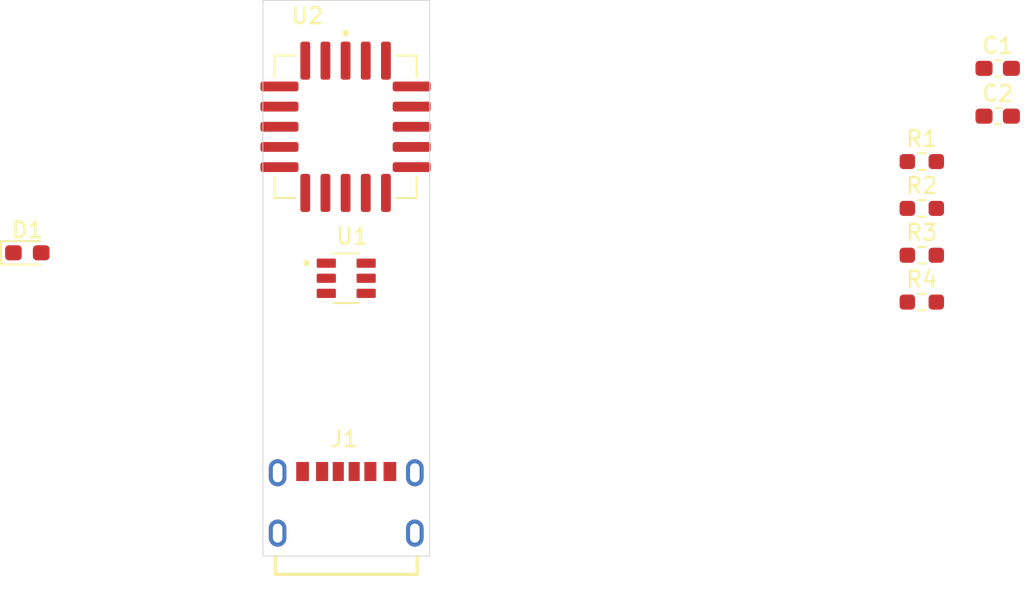
<source format=kicad_pcb>
(kicad_pcb (version 20241229) (generator "pcbnew") (generator_version "9.0")
  (layers (0 "F.Cu" signal) (2 "B.Cu" signal) (13 "F.Paste" user) (15 "B.Paste" user) (5 "F.SilkS" user "F.Silkscreen") (7 "B.SilkS" user "B.Silkscreen") (1 "F.Mask" user) (3 "B.Mask" user) (25 "Edge.Cuts" user))
  (net 0 "")
  (net 1 "GND")
  (net 2 "Net-(J1-CC2)")
  (net 3 "Net-(J1-CC1)")
  (net 4 "Net-(U1-VIN)")
  (net 5 "Net-(U1-ISET)")
  (net 6 "Net-(BT1-+)")
  (net 7 "Net-(U1-TS)")
  (net 8 "Net-(D1-K)")
  (net 9 "Net-(D1-A)")
  (footprint "Diode_SMD:D_0603_1608Metric_Pad1.05x0.95mm_HandSolder" (layer "F.Cu") (at 86.165 115.895)
    (property "Reference" "D1" (at 0 -1.43 0) (layer "F.SilkS"))
    (property "Value" "LED")
    (fp_line (start -1.66 -0.735) (end -1.66 0.735) (stroke (width 0.12)) (layer "F.SilkS"))
    (fp_line (start -1.66 0.735) (end 0.8 0.735) (stroke (width 0.12)) (layer "F.SilkS"))
    (fp_line (start 0.8 -0.735) (end -1.66 -0.735) (stroke (width 0.12)) (layer "F.SilkS"))
    (pad "1" smd roundrect (at -0.875 0) (size 1.05 0.95) (layers "F.Cu" "F.Mask" "F.Paste") (net 8 "Net-(D1-K)"))
    (pad "2" smd roundrect (at 0.875 0) (size 1.05 0.95) (layers "F.Cu" "F.Mask" "F.Paste") (net 9 "Net-(D1-A)"))
  )
  (footprint "Resistor_SMD:R_0603_1608Metric_Pad0.98x0.95mm_HandSolder" (layer "F.Cu") (at 142.5 116.05)
    (property "Reference" "R3" (at 0 -1.43 0) (layer "F.SilkS"))
    (property "Value" "675")
    (fp_line (start -0.254724 -0.5225) (end 0.254724 -0.5225) (stroke (width 0.12)) (layer "F.SilkS"))
    (fp_line (start -0.254724 0.5225) (end 0.254724 0.5225) (stroke (width 0.12)) (layer "F.SilkS"))
    (pad "1" smd roundrect (at -0.9125 0) (size 0.975 0.95) (layers "F.Cu" "F.Mask" "F.Paste") (net 5 "Net-(U1-ISET)"))
    (pad "2" smd roundrect (at 0.9125 0) (size 0.975 0.95) (layers "F.Cu" "F.Mask" "F.Paste") (net 1 "GND"))
  )
  (footprint "Capacitor_SMD:C_0603_1608Metric_Pad1.08x0.95mm_HandSolder" (layer "F.Cu") (at 147.28 104.28)
    (property "Reference" "C1" (at 0 -1.43 0) (layer "F.SilkS"))
    (property "Value" "1u")
    (fp_line (start -0.146267 -0.51) (end 0.146267 -0.51) (stroke (width 0.12)) (layer "F.SilkS"))
    (fp_line (start -0.146267 0.51) (end 0.146267 0.51) (stroke (width 0.12)) (layer "F.SilkS"))
    (pad "1" smd roundrect (at -0.8625 0) (size 1.075 0.95) (layers "F.Cu" "F.Mask" "F.Paste") (net 4 "Net-(U1-VIN)"))
    (pad "2" smd roundrect (at 0.8625 0) (size 1.075 0.95) (layers "F.Cu" "F.Mask" "F.Paste") (net 1 "GND"))
  )
  (footprint "AlphaF:PLCC127P990X990X457-20N" (layer "F.Cu") (at 106.21 107.96)
    (property "Reference" "U2" (at -2.405 -6.985 0) (layer "F.SilkS"))
    (property "Value" "LM3914VX_NOPB")
    (fp_line (start -4.4825 -4.4825) (end -4.4825 -3.17) (stroke (width 0.127)) (layer "F.SilkS"))
    (fp_line (start -4.4825 3.17) (end -4.4825 4.4825) (stroke (width 0.127)) (layer "F.SilkS"))
    (fp_line (start -3.17 -4.4825) (end -4.4825 -4.4825) (stroke (width 0.127)) (layer "F.SilkS"))
    (fp_line (start -3.17 4.4825) (end -4.4825 4.4825) (stroke (width 0.127)) (layer "F.SilkS"))
    (fp_line (start 3.17 4.4825) (end 4.4825 4.4825) (stroke (width 0.127)) (layer "F.SilkS"))
    (fp_line (start 4.4825 -4.4825) (end 3.17 -4.4825) (stroke (width 0.127)) (layer "F.SilkS"))
    (fp_line (start 4.4825 -4.4825) (end 4.4825 -3.17) (stroke (width 0.127)) (layer "F.SilkS"))
    (fp_line (start 4.4825 4.4825) (end 4.4825 3.17) (stroke (width 0.127)) (layer "F.SilkS"))
    (fp_circle (center 0 -5.9) (end 0.1 -5.9) (stroke (width 0.2)) (fill no) (layer "F.SilkS"))
    (pad "1" smd roundrect (at 0 -4.165) (size 0.62 2.4) (layers "F.Cu" "F.Mask" "F.Paste"))
    (pad "2" smd roundrect (at -1.27 -4.165) (size 0.62 2.4) (layers "F.Cu" "F.Mask" "F.Paste"))
    (pad "3" smd roundrect (at -2.54 -4.165) (size 0.62 2.4) (layers "F.Cu" "F.Mask" "F.Paste"))
    (pad "4" smd roundrect (at -4.165 -2.54) (size 2.4 0.62) (layers "F.Cu" "F.Mask" "F.Paste"))
    (pad "5" smd roundrect (at -4.165 -1.27) (size 2.4 0.62) (layers "F.Cu" "F.Mask" "F.Paste"))
    (pad "6" smd roundrect (at -4.165 0) (size 2.4 0.62) (layers "F.Cu" "F.Mask" "F.Paste"))
    (pad "7" smd roundrect (at -4.165 1.27) (size 2.4 0.62) (layers "F.Cu" "F.Mask" "F.Paste"))
    (pad "8" smd roundrect (at -4.165 2.54) (size 2.4 0.62) (layers "F.Cu" "F.Mask" "F.Paste"))
    (pad "9" smd roundrect (at -2.54 4.165) (size 0.62 2.4) (layers "F.Cu" "F.Mask" "F.Paste"))
    (pad "10" smd roundrect (at -1.27 4.165) (size 0.62 2.4) (layers "F.Cu" "F.Mask" "F.Paste"))
    (pad "11" smd roundrect (at 0 4.165) (size 0.62 2.4) (layers "F.Cu" "F.Mask" "F.Paste"))
    (pad "12" smd roundrect (at 1.27 4.165) (size 0.62 2.4) (layers "F.Cu" "F.Mask" "F.Paste"))
    (pad "13" smd roundrect (at 2.54 4.165) (size 0.62 2.4) (layers "F.Cu" "F.Mask" "F.Paste"))
    (pad "14" smd roundrect (at 4.165 2.54) (size 2.4 0.62) (layers "F.Cu" "F.Mask" "F.Paste"))
    (pad "15" smd roundrect (at 4.165 1.27) (size 2.4 0.62) (layers "F.Cu" "F.Mask" "F.Paste"))
    (pad "16" smd roundrect (at 4.165 0) (size 2.4 0.62) (layers "F.Cu" "F.Mask" "F.Paste"))
    (pad "17" smd roundrect (at 4.165 -1.27) (size 2.4 0.62) (layers "F.Cu" "F.Mask" "F.Paste"))
    (pad "18" smd roundrect (at 4.165 -2.54) (size 2.4 0.62) (layers "F.Cu" "F.Mask" "F.Paste"))
    (pad "19" smd roundrect (at 2.54 -4.165) (size 0.62 2.4) (layers "F.Cu" "F.Mask" "F.Paste"))
    (pad "20" smd roundrect (at 1.27 -4.165) (size 0.62 2.4) (layers "F.Cu" "F.Mask" "F.Paste"))
  )
  (footprint "Resistor_SMD:R_0603_1608Metric_Pad0.98x0.95mm_HandSolder" (layer "F.Cu") (at 142.5 119)
    (property "Reference" "R4" (at 0 -1.43 0) (layer "F.SilkS"))
    (property "Value" "1.5k")
    (fp_line (start -0.254724 -0.5225) (end 0.254724 -0.5225) (stroke (width 0.12)) (layer "F.SilkS"))
    (fp_line (start -0.254724 0.5225) (end 0.254724 0.5225) (stroke (width 0.12)) (layer "F.SilkS"))
    (pad "1" smd roundrect (at -0.9125 0) (size 0.975 0.95) (layers "F.Cu" "F.Mask" "F.Paste") (net 6 "Net-(BT1-+)"))
    (pad "2" smd roundrect (at 0.9125 0) (size 0.975 0.95) (layers "F.Cu" "F.Mask" "F.Paste") (net 9 "Net-(D1-A)"))
  )
  (footprint "Resistor_SMD:R_0603_1608Metric_Pad0.98x0.95mm_HandSolder" (layer "F.Cu") (at 142.5 113.1)
    (property "Reference" "R2" (at 0 -1.43 0) (layer "F.SilkS"))
    (property "Value" "5.1k")
    (fp_line (start -0.254724 -0.5225) (end 0.254724 -0.5225) (stroke (width 0.12)) (layer "F.SilkS"))
    (fp_line (start -0.254724 0.5225) (end 0.254724 0.5225) (stroke (width 0.12)) (layer "F.SilkS"))
    (pad "1" smd roundrect (at -0.9125 0) (size 0.975 0.95) (layers "F.Cu" "F.Mask" "F.Paste") (net 3 "Net-(J1-CC1)"))
    (pad "2" smd roundrect (at 0.9125 0) (size 0.975 0.95) (layers "F.Cu" "F.Mask" "F.Paste") (net 1 "GND"))
  )
  (footprint "Capacitor_SMD:C_0603_1608Metric_Pad1.08x0.95mm_HandSolder" (layer "F.Cu") (at 147.28 107.29)
    (property "Reference" "C2" (at 0 -1.43 0) (layer "F.SilkS"))
    (property "Value" "1u")
    (fp_line (start -0.146267 -0.51) (end 0.146267 -0.51) (stroke (width 0.12)) (layer "F.SilkS"))
    (fp_line (start -0.146267 0.51) (end 0.146267 0.51) (stroke (width 0.12)) (layer "F.SilkS"))
    (pad "1" smd roundrect (at -0.8625 0) (size 1.075 0.95) (layers "F.Cu" "F.Mask" "F.Paste") (net 6 "Net-(BT1-+)"))
    (pad "2" smd roundrect (at 0.8625 0) (size 1.075 0.95) (layers "F.Cu" "F.Mask" "F.Paste") (net 1 "GND"))
  )
  (footprint "Resistor_SMD:R_0603_1608Metric_Pad0.98x0.95mm_HandSolder" (layer "F.Cu") (at 142.5 110.15)
    (property "Reference" "R1" (at 0 -1.43 0) (layer "F.SilkS"))
    (property "Value" "5.1k")
    (fp_line (start -0.254724 -0.5225) (end 0.254724 -0.5225) (stroke (width 0.12)) (layer "F.SilkS"))
    (fp_line (start -0.254724 0.5225) (end 0.254724 0.5225) (stroke (width 0.12)) (layer "F.SilkS"))
    (pad "1" smd roundrect (at -0.9125 0) (size 0.975 0.95) (layers "F.Cu" "F.Mask" "F.Paste") (net 2 "Net-(J1-CC2)"))
    (pad "2" smd roundrect (at 0.9125 0) (size 0.975 0.95) (layers "F.Cu" "F.Mask" "F.Paste") (net 1 "GND"))
  )
  (footprint "AlphaF:SOT95P280X145-6N" (layer "F.Cu") (at 106.25 117.5)
    (property "Reference" "U1" (at 0.375 -2.635 0) (layer "F.SilkS"))
    (property "Value" "BQ21040DBVR")
    (fp_line (start -0.8 1.56) (end 0.8 1.56) (stroke (width 0.127)) (layer "F.SilkS"))
    (fp_line (start 0.8 -1.56) (end -0.8 -1.56) (stroke (width 0.127)) (layer "F.SilkS"))
    (fp_circle (center -2.5 -0.95) (end -2.4 -0.95) (stroke (width 0.2)) (fill no) (layer "F.SilkS"))
    (pad "1" smd roundrect (at -1.255 -0.95) (size 1.21 0.58) (layers "F.Cu" "F.Mask" "F.Paste") (roundrect_rratio 0.125) (net 7 "Net-(U1-TS)"))
    (pad "2" smd roundrect (at -1.255 0) (size 1.21 0.58) (layers "F.Cu" "F.Mask" "F.Paste") (roundrect_rratio 0.125) (net 6 "Net-(BT1-+)"))
    (pad "3" smd roundrect (at -1.255 0.95) (size 1.21 0.58) (layers "F.Cu" "F.Mask" "F.Paste") (roundrect_rratio 0.125) (net 8 "Net-(D1-K)"))
    (pad "4" smd roundrect (at 1.255 0.95) (size 1.21 0.58) (layers "F.Cu" "F.Mask" "F.Paste") (roundrect_rratio 0.125) (net 5 "Net-(U1-ISET)"))
    (pad "5" smd roundrect (at 1.255 0) (size 1.21 0.58) (layers "F.Cu" "F.Mask" "F.Paste") (roundrect_rratio 0.125) (net 1 "GND"))
    (pad "6" smd roundrect (at 1.255 -0.95) (size 1.21 0.58) (layers "F.Cu" "F.Mask" "F.Paste") (roundrect_rratio 0.125) (net 4 "Net-(U1-VIN)"))
  )
  (footprint "AlphaF:GCT_USB4125-GF-A_REVA2" (layer "F.Cu") (at 106.25 132.75)
    (property "Reference" "J1" (at -0.125 -5.135 0) (layer "F.SilkS"))
    (property "Value" "USB_C_Receptacle_PowerOnly_6P")
    (fp_line (start -4.47 2.25) (end -4.47 3.4) (stroke (width 0.2)) (layer "F.SilkS"))
    (fp_line (start -4.47 3.4) (end 4.47 3.4) (stroke (width 0.2)) (layer "F.SilkS"))
    (fp_line (start 4.47 3.4) (end 4.47 2.25) (stroke (width 0.2)) (layer "F.SilkS"))
    (pad "A5" smd rect (at -0.5 -3.08) (size 0.7 1.2) (layers "F.Cu" "F.Mask" "F.Paste") (net 3 "Net-(J1-CC1)"))
    (pad "A9" smd rect (at 1.52 -3.08) (size 0.76 1.2) (layers "F.Cu" "F.Mask" "F.Paste") (net 4 "Net-(U1-VIN)"))
    (pad "A12" smd rect (at 2.75 -3.08) (size 0.8 1.2) (layers "F.Cu" "F.Mask" "F.Paste") (net 1 "GND"))
    (pad "B5" smd rect (at 0.5 -3.08) (size 0.7 1.2) (layers "F.Cu" "F.Mask" "F.Paste") (net 2 "Net-(J1-CC2)"))
    (pad "B9" smd rect (at -1.52 -3.08) (size 0.76 1.2) (layers "F.Cu" "F.Mask" "F.Paste") (net 4 "Net-(U1-VIN)"))
    (pad "B12" smd rect (at -2.75 -3.08) (size 0.8 1.2) (layers "F.Cu" "F.Mask" "F.Paste") (net 1 "GND"))
    (pad "S1" thru_hole custom (at -4.32 -3) (size 0.8 1.6) (drill oval 0.6 1.2) (layers "*.Cu") (net 1 "GND") (options (clearance outline) (anchor circle)) (primitives (gr_poly (pts (xy 0 -0.85) (xy -0.029 -0.849) (xy -0.057 -0.847) (xy -0.086 -0.843) (xy -0.114 -0.838) (xy -0.142 -0.831) (xy -0.17 -0.823) (xy -0.197 -0.813) (xy -0.224 -0.802) (xy -0.25 -0.79) (xy -0.275 -0.776) (xy -0.3 -0.761) (xy -0.323 -0.745) (xy -0.346 -0.727) (xy -0.368 -0.709) (xy -0.389 -0.689) (xy -0.409 -0.668) (xy -0.427 -0.646) (xy -0.445 -0.623) (xy -0.461 -0.6) (xy -0.476 -0.575) (xy -0.49 -0.55) (xy -0.502 -0.524) (xy -0.513 -0.497) (xy -0.523 -0.47) (xy -0.531 -0.442) (xy -0.538 -0.414) (xy -0.543 -0.386) (xy -0.547 -0.357) (xy -0.549 -0.329) (xy -0.55 -0.3) (xy -0.55 0.3) (xy -0.549 0.329) (xy -0.547 0.357) (xy -0.543 0.386) (xy -0.538 0.414) (xy -0.531 0.442) (xy -0.523 0.47) (xy -0.513 0.497) (xy -0.502 0.524) (xy -0.49 0.55) (xy -0.476 0.575) (xy -0.461 0.6) (xy -0.445 0.623) (xy -0.427 0.646) (xy -0.409 0.668) (xy -0.389 0.689) (xy -0.368 0.709) (xy -0.346 0.727) (xy -0.323 0.745) (xy -0.3 0.761) (xy -0.275 0.776) (xy -0.25 0.79) (xy -0.224 0.802) (xy -0.197 0.813) (xy -0.17 0.823) (xy -0.142 0.831) (xy -0.114 0.838) (xy -0.086 0.843) (xy -0.057 0.847) (xy -0.029 0.849) (xy 0 0.85) (xy 0.029 0.849) (xy 0.057 0.847) (xy 0.086 0.843) (xy 0.114 0.838) (xy 0.142 0.831) (xy 0.17 0.823) (xy 0.197 0.813) (xy 0.224 0.802) (xy 0.25 0.79) (xy 0.275 0.776) (xy 0.3 0.761) (xy 0.323 0.745) (xy 0.346 0.727) (xy 0.368 0.709) (xy 0.389 0.689) (xy 0.409 0.668) (xy 0.427 0.646) (xy 0.445 0.623) (xy 0.461 0.6) (xy 0.476 0.575) (xy 0.49 0.55) (xy 0.502 0.524) (xy 0.513 0.497) (xy 0.523 0.47) (xy 0.531 0.442) (xy 0.538 0.414) (xy 0.543 0.386) (xy 0.547 0.357) (xy 0.549 0.329) (xy 0.55 0.3) (xy 0.55 -0.3) (xy 0.549 -0.329) (xy 0.547 -0.357) (xy 0.543 -0.386) (xy 0.538 -0.414) (xy 0.531 -0.442) (xy 0.523 -0.47) (xy 0.513 -0.497) (xy 0.502 -0.524) (xy 0.49 -0.55) (xy 0.476 -0.575) (xy 0.461 -0.6) (xy 0.445 -0.623) (xy 0.427 -0.646) (xy 0.409 -0.668) (xy 0.389 -0.689) (xy 0.368 -0.709) (xy 0.346 -0.727) (xy 0.323 -0.745) (xy 0.3 -0.761) (xy 0.275 -0.776) (xy 0.25 -0.79) (xy 0.224 -0.802) (xy 0.197 -0.813) (xy 0.17 -0.823) (xy 0.142 -0.831) (xy 0.114 -0.838) (xy 0.086 -0.843) (xy 0.057 -0.847) (xy 0.029 -0.849) (xy 0 -0.85)) (width 0.01) (fill yes))))
    (pad "S2" thru_hole custom (at 4.32 -3) (size 0.8 1.6) (drill oval 0.6 1.2) (layers "*.Cu") (options (clearance outline) (anchor circle)) (primitives (gr_poly (pts (xy 0 -0.85) (xy -0.029 -0.849) (xy -0.057 -0.847) (xy -0.086 -0.843) (xy -0.114 -0.838) (xy -0.142 -0.831) (xy -0.17 -0.823) (xy -0.197 -0.813) (xy -0.224 -0.802) (xy -0.25 -0.79) (xy -0.275 -0.776) (xy -0.3 -0.761) (xy -0.323 -0.745) (xy -0.346 -0.727) (xy -0.368 -0.709) (xy -0.389 -0.689) (xy -0.409 -0.668) (xy -0.427 -0.646) (xy -0.445 -0.623) (xy -0.461 -0.6) (xy -0.476 -0.575) (xy -0.49 -0.55) (xy -0.502 -0.524) (xy -0.513 -0.497) (xy -0.523 -0.47) (xy -0.531 -0.442) (xy -0.538 -0.414) (xy -0.543 -0.386) (xy -0.547 -0.357) (xy -0.549 -0.329) (xy -0.55 -0.3) (xy -0.55 0.3) (xy -0.549 0.329) (xy -0.547 0.357) (xy -0.543 0.386) (xy -0.538 0.414) (xy -0.531 0.442) (xy -0.523 0.47) (xy -0.513 0.497) (xy -0.502 0.524) (xy -0.49 0.55) (xy -0.476 0.575) (xy -0.461 0.6) (xy -0.445 0.623) (xy -0.427 0.646) (xy -0.409 0.668) (xy -0.389 0.689) (xy -0.368 0.709) (xy -0.346 0.727) (xy -0.323 0.745) (xy -0.3 0.761) (xy -0.275 0.776) (xy -0.25 0.79) (xy -0.224 0.802) (xy -0.197 0.813) (xy -0.17 0.823) (xy -0.142 0.831) (xy -0.114 0.838) (xy -0.086 0.843) (xy -0.057 0.847) (xy -0.029 0.849) (xy 0 0.85) (xy 0.029 0.849) (xy 0.057 0.847) (xy 0.086 0.843) (xy 0.114 0.838) (xy 0.142 0.831) (xy 0.17 0.823) (xy 0.197 0.813) (xy 0.224 0.802) (xy 0.25 0.79) (xy 0.275 0.776) (xy 0.3 0.761) (xy 0.323 0.745) (xy 0.346 0.727) (xy 0.368 0.709) (xy 0.389 0.689) (xy 0.409 0.668) (xy 0.427 0.646) (xy 0.445 0.623) (xy 0.461 0.6) (xy 0.476 0.575) (xy 0.49 0.55) (xy 0.502 0.524) (xy 0.513 0.497) (xy 0.523 0.47) (xy 0.531 0.442) (xy 0.538 0.414) (xy 0.543 0.386) (xy 0.547 0.357) (xy 0.549 0.329) (xy 0.55 0.3) (xy 0.55 -0.3) (xy 0.549 -0.329) (xy 0.547 -0.357) (xy 0.543 -0.386) (xy 0.538 -0.414) (xy 0.531 -0.442) (xy 0.523 -0.47) (xy 0.513 -0.497) (xy 0.502 -0.524) (xy 0.49 -0.55) (xy 0.476 -0.575) (xy 0.461 -0.6) (xy 0.445 -0.623) (xy 0.427 -0.646) (xy 0.409 -0.668) (xy 0.389 -0.689) (xy 0.368 -0.709) (xy 0.346 -0.727) (xy 0.323 -0.745) (xy 0.3 -0.761) (xy 0.275 -0.776) (xy 0.25 -0.79) (xy 0.224 -0.802) (xy 0.197 -0.813) (xy 0.17 -0.823) (xy 0.142 -0.831) (xy 0.114 -0.838) (xy 0.086 -0.843) (xy 0.057 -0.847) (xy 0.029 -0.849) (xy 0 -0.85)) (width 0.01) (fill yes))))
    (pad "S3" thru_hole custom (at -4.32 0.8) (size 0.8 1.6) (drill oval 0.6 1.2) (layers "*.Cu") (options (clearance outline) (anchor circle)) (primitives (gr_poly (pts (xy 0 -0.85) (xy -0.029 -0.849) (xy -0.057 -0.847) (xy -0.086 -0.843) (xy -0.114 -0.838) (xy -0.142 -0.831) (xy -0.17 -0.823) (xy -0.197 -0.813) (xy -0.224 -0.802) (xy -0.25 -0.79) (xy -0.275 -0.776) (xy -0.3 -0.761) (xy -0.323 -0.745) (xy -0.346 -0.727) (xy -0.368 -0.709) (xy -0.389 -0.689) (xy -0.409 -0.668) (xy -0.427 -0.646) (xy -0.445 -0.623) (xy -0.461 -0.6) (xy -0.476 -0.575) (xy -0.49 -0.55) (xy -0.502 -0.524) (xy -0.513 -0.497) (xy -0.523 -0.47) (xy -0.531 -0.442) (xy -0.538 -0.414) (xy -0.543 -0.386) (xy -0.547 -0.357) (xy -0.549 -0.329) (xy -0.55 -0.3) (xy -0.55 0.3) (xy -0.549 0.329) (xy -0.547 0.357) (xy -0.543 0.386) (xy -0.538 0.414) (xy -0.531 0.442) (xy -0.523 0.47) (xy -0.513 0.497) (xy -0.502 0.524) (xy -0.49 0.55) (xy -0.476 0.575) (xy -0.461 0.6) (xy -0.445 0.623) (xy -0.427 0.646) (xy -0.409 0.668) (xy -0.389 0.689) (xy -0.368 0.709) (xy -0.346 0.727) (xy -0.323 0.745) (xy -0.3 0.761) (xy -0.275 0.776) (xy -0.25 0.79) (xy -0.224 0.802) (xy -0.197 0.813) (xy -0.17 0.823) (xy -0.142 0.831) (xy -0.114 0.838) (xy -0.086 0.843) (xy -0.057 0.847) (xy -0.029 0.849) (xy 0 0.85) (xy 0.029 0.849) (xy 0.057 0.847) (xy 0.086 0.843) (xy 0.114 0.838) (xy 0.142 0.831) (xy 0.17 0.823) (xy 0.197 0.813) (xy 0.224 0.802) (xy 0.25 0.79) (xy 0.275 0.776) (xy 0.3 0.761) (xy 0.323 0.745) (xy 0.346 0.727) (xy 0.368 0.709) (xy 0.389 0.689) (xy 0.409 0.668) (xy 0.427 0.646) (xy 0.445 0.623) (xy 0.461 0.6) (xy 0.476 0.575) (xy 0.49 0.55) (xy 0.502 0.524) (xy 0.513 0.497) (xy 0.523 0.47) (xy 0.531 0.442) (xy 0.538 0.414) (xy 0.543 0.386) (xy 0.547 0.357) (xy 0.549 0.329) (xy 0.55 0.3) (xy 0.55 -0.3) (xy 0.549 -0.329) (xy 0.547 -0.357) (xy 0.543 -0.386) (xy 0.538 -0.414) (xy 0.531 -0.442) (xy 0.523 -0.47) (xy 0.513 -0.497) (xy 0.502 -0.524) (xy 0.49 -0.55) (xy 0.476 -0.575) (xy 0.461 -0.6) (xy 0.445 -0.623) (xy 0.427 -0.646) (xy 0.409 -0.668) (xy 0.389 -0.689) (xy 0.368 -0.709) (xy 0.346 -0.727) (xy 0.323 -0.745) (xy 0.3 -0.761) (xy 0.275 -0.776) (xy 0.25 -0.79) (xy 0.224 -0.802) (xy 0.197 -0.813) (xy 0.17 -0.823) (xy 0.142 -0.831) (xy 0.114 -0.838) (xy 0.086 -0.843) (xy 0.057 -0.847) (xy 0.029 -0.849) (xy 0 -0.85)) (width 0.01) (fill yes))))
    (pad "S4" thru_hole custom (at 4.32 0.8) (size 0.8 1.6) (drill oval 0.6 1.2) (layers "*.Cu") (options (clearance outline) (anchor circle)) (primitives (gr_poly (pts (xy 0 -0.85) (xy -0.029 -0.849) (xy -0.057 -0.847) (xy -0.086 -0.843) (xy -0.114 -0.838) (xy -0.142 -0.831) (xy -0.17 -0.823) (xy -0.197 -0.813) (xy -0.224 -0.802) (xy -0.25 -0.79) (xy -0.275 -0.776) (xy -0.3 -0.761) (xy -0.323 -0.745) (xy -0.346 -0.727) (xy -0.368 -0.709) (xy -0.389 -0.689) (xy -0.409 -0.668) (xy -0.427 -0.646) (xy -0.445 -0.623) (xy -0.461 -0.6) (xy -0.476 -0.575) (xy -0.49 -0.55) (xy -0.502 -0.524) (xy -0.513 -0.497) (xy -0.523 -0.47) (xy -0.531 -0.442) (xy -0.538 -0.414) (xy -0.543 -0.386) (xy -0.547 -0.357) (xy -0.549 -0.329) (xy -0.55 -0.3) (xy -0.55 0.3) (xy -0.549 0.329) (xy -0.547 0.357) (xy -0.543 0.386) (xy -0.538 0.414) (xy -0.531 0.442) (xy -0.523 0.47) (xy -0.513 0.497) (xy -0.502 0.524) (xy -0.49 0.55) (xy -0.476 0.575) (xy -0.461 0.6) (xy -0.445 0.623) (xy -0.427 0.646) (xy -0.409 0.668) (xy -0.389 0.689) (xy -0.368 0.709) (xy -0.346 0.727) (xy -0.323 0.745) (xy -0.3 0.761) (xy -0.275 0.776) (xy -0.25 0.79) (xy -0.224 0.802) (xy -0.197 0.813) (xy -0.17 0.823) (xy -0.142 0.831) (xy -0.114 0.838) (xy -0.086 0.843) (xy -0.057 0.847) (xy -0.029 0.849) (xy 0 0.85) (xy 0.029 0.849) (xy 0.057 0.847) (xy 0.086 0.843) (xy 0.114 0.838) (xy 0.142 0.831) (xy 0.17 0.823) (xy 0.197 0.813) (xy 0.224 0.802) (xy 0.25 0.79) (xy 0.275 0.776) (xy 0.3 0.761) (xy 0.323 0.745) (xy 0.346 0.727) (xy 0.368 0.709) (xy 0.389 0.689) (xy 0.409 0.668) (xy 0.427 0.646) (xy 0.445 0.623) (xy 0.461 0.6) (xy 0.476 0.575) (xy 0.49 0.55) (xy 0.502 0.524) (xy 0.513 0.497) (xy 0.523 0.47) (xy 0.531 0.442) (xy 0.538 0.414) (xy 0.543 0.386) (xy 0.547 0.357) (xy 0.549 0.329) (xy 0.55 0.3) (xy 0.55 -0.3) (xy 0.549 -0.329) (xy 0.547 -0.357) (xy 0.543 -0.386) (xy 0.538 -0.414) (xy 0.531 -0.442) (xy 0.523 -0.47) (xy 0.513 -0.497) (xy 0.502 -0.524) (xy 0.49 -0.55) (xy 0.476 -0.575) (xy 0.461 -0.6) (xy 0.445 -0.623) (xy 0.427 -0.646) (xy 0.409 -0.668) (xy 0.389 -0.689) (xy 0.368 -0.709) (xy 0.346 -0.727) (xy 0.323 -0.745) (xy 0.3 -0.761) (xy 0.275 -0.776) (xy 0.25 -0.79) (xy 0.224 -0.802) (xy 0.197 -0.813) (xy 0.17 -0.823) (xy 0.142 -0.831) (xy 0.114 -0.838) (xy 0.086 -0.843) (xy 0.057 -0.847) (xy 0.029 -0.849) (xy 0 -0.85)) (width 0.01) (fill yes))))
  )
  (gr_rect (start 101 100) (end 111.5 135) (stroke (width 0.05)) (fill no) (layer "Edge.Cuts"))
)
</source>
